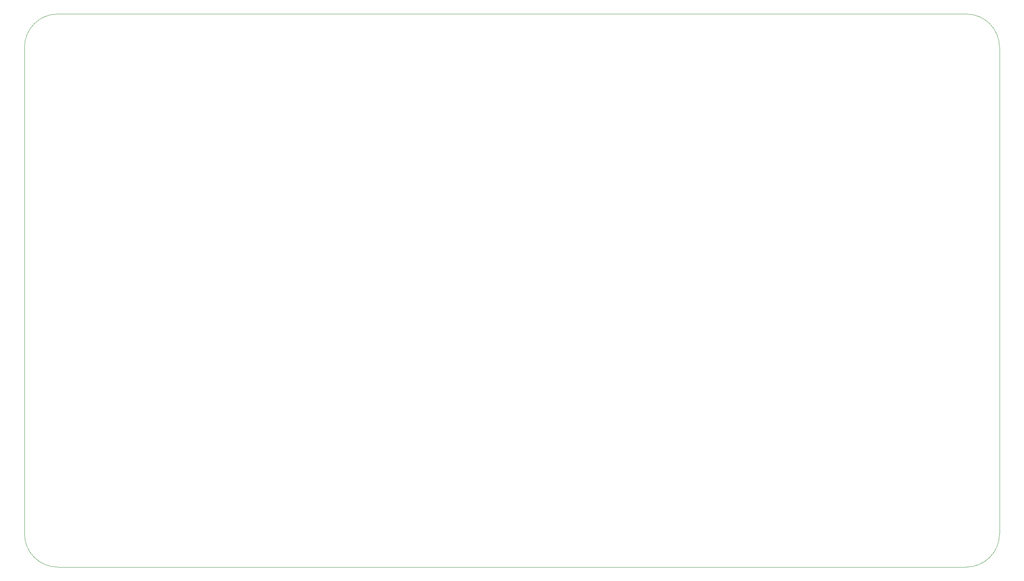
<source format=gbr>
G04 #@! TF.GenerationSoftware,KiCad,Pcbnew,(5.1.6)-1*
G04 #@! TF.CreationDate,2021-03-30T15:03:47-05:00*
G04 #@! TF.ProjectId,ControllerPCB,436f6e74-726f-46c6-9c65-725043422e6b,rev?*
G04 #@! TF.SameCoordinates,Original*
G04 #@! TF.FileFunction,Profile,NP*
%FSLAX46Y46*%
G04 Gerber Fmt 4.6, Leading zero omitted, Abs format (unit mm)*
G04 Created by KiCad (PCBNEW (5.1.6)-1) date 2021-03-30 15:03:47*
%MOMM*%
%LPD*%
G01*
G04 APERTURE LIST*
G04 #@! TA.AperFunction,Profile*
%ADD10C,0.050000*%
G04 #@! TD*
G04 APERTURE END LIST*
D10*
X45000000Y-157500000D02*
G75*
G02*
X37500000Y-150000000I0J7500000D01*
G01*
X257500000Y-150000000D02*
G75*
G02*
X250000000Y-157500000I-7500000J0D01*
G01*
X250000000Y-32500000D02*
G75*
G02*
X257500000Y-40000000I0J-7500000D01*
G01*
X37500000Y-40000000D02*
G75*
G02*
X45000000Y-32500000I7500000J0D01*
G01*
X37500000Y-150000000D02*
X37500000Y-40000000D01*
X250000000Y-157500000D02*
X45000000Y-157500000D01*
X257500000Y-40000000D02*
X257500000Y-150000000D01*
X45000000Y-32500000D02*
X250000000Y-32500000D01*
M02*

</source>
